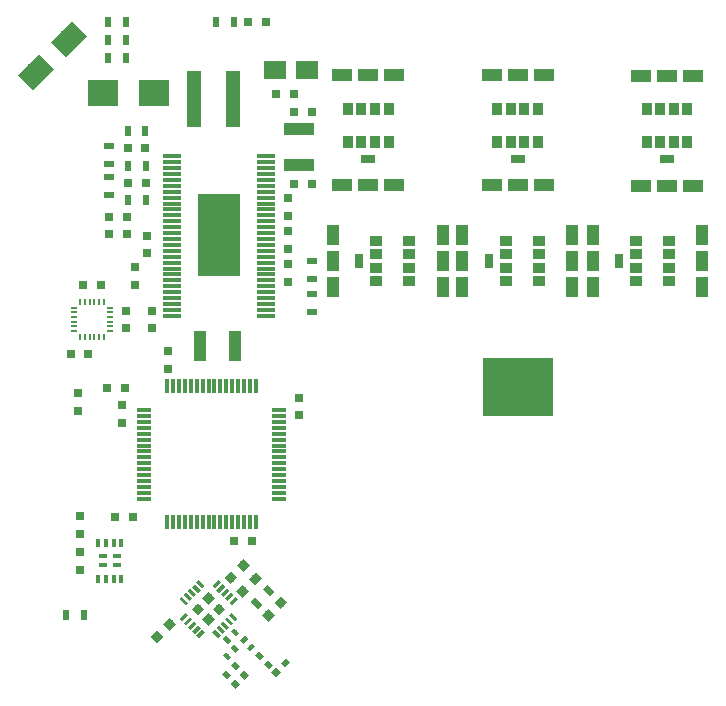
<source format=gtp>
%TF.GenerationSoftware,KiCad,Pcbnew,(5.1.4-0)*%
%TF.CreationDate,2019-11-16T13:15:52+08:00*%
%TF.ProjectId,VESC_6,56455343-5f36-42e6-9b69-6361645f7063,A*%
%TF.SameCoordinates,Original*%
%TF.FileFunction,Paste,Top*%
%TF.FilePolarity,Positive*%
%FSLAX46Y46*%
G04 Gerber Fmt 4.6, Leading zero omitted, Abs format (unit mm)*
G04 Created by KiCad (PCBNEW (5.1.4-0)) date 2019-11-16 13:15:52*
%MOMM*%
%LPD*%
G04 APERTURE LIST*
%ADD10O,0.550000X0.200000*%
%ADD11O,0.200000X0.550000*%
%ADD12R,2.500000X2.300000*%
%ADD13C,1.800000*%
%ADD14C,0.100000*%
%ADD15C,0.750000*%
%ADD16C,0.300000*%
%ADD17R,0.720000X0.465000*%
%ADD18R,0.350000X0.650000*%
%ADD19R,1.950000X1.500000*%
%ADD20R,1.000000X2.500000*%
%ADD21R,2.500000X1.000000*%
%ADD22C,0.400000*%
%ADD23C,0.500000*%
%ADD24R,0.900000X0.500000*%
%ADD25R,0.500000X0.900000*%
%ADD26R,0.750000X0.800000*%
%ADD27R,0.800000X0.750000*%
%ADD28R,1.180000X4.700000*%
%ADD29R,1.501140X0.299720*%
%ADD30R,3.599180X7.000240*%
%ADD31R,0.700000X1.300000*%
%ADD32R,1.100000X0.850000*%
%ADD33R,1.100000X1.700000*%
%ADD34R,1.300000X0.700000*%
%ADD35R,0.850000X1.100000*%
%ADD36R,1.700000X1.100000*%
%ADD37R,0.304800X1.193800*%
%ADD38R,1.193800X0.304800*%
%ADD39R,6.000000X5.000000*%
G04 APERTURE END LIST*
D10*
X120211000Y-82280000D03*
X120211000Y-81880000D03*
X120211000Y-81480000D03*
X120211000Y-81080000D03*
X120211000Y-80680000D03*
X120211000Y-80280000D03*
D11*
X120711000Y-79780000D03*
X121111000Y-79780000D03*
X121511000Y-79780000D03*
X121911000Y-79780000D03*
X122311000Y-79780000D03*
X122711000Y-79780000D03*
D10*
X123211000Y-80280000D03*
X123211000Y-80680000D03*
X123211000Y-81080000D03*
X123211000Y-81480000D03*
X123211000Y-81880000D03*
X123211000Y-82280000D03*
D11*
X122711000Y-82780000D03*
X122311000Y-82780000D03*
X121911000Y-82780000D03*
X121511000Y-82780000D03*
X121111000Y-82780000D03*
X120711000Y-82780000D03*
D12*
X122629000Y-62103000D03*
X126929000Y-62103000D03*
D13*
X119778214Y-57513786D03*
D14*
G36*
X119530727Y-59034066D02*
G01*
X118257934Y-57761273D01*
X120025701Y-55993506D01*
X121298494Y-57266299D01*
X119530727Y-59034066D01*
X119530727Y-59034066D01*
G37*
D13*
X116949786Y-60342214D03*
D14*
G36*
X116702299Y-61862494D02*
G01*
X115429506Y-60589701D01*
X117197273Y-58821934D01*
X118470066Y-60094727D01*
X116702299Y-61862494D01*
X116702299Y-61862494D01*
G37*
D15*
X131572000Y-104907117D03*
D14*
G36*
X131041670Y-104907117D02*
G01*
X131572000Y-104376787D01*
X132102330Y-104907117D01*
X131572000Y-105437447D01*
X131041670Y-104907117D01*
X131041670Y-104907117D01*
G37*
D15*
X130688117Y-105791000D03*
D14*
G36*
X130157787Y-105791000D02*
G01*
X130688117Y-105260670D01*
X131218447Y-105791000D01*
X130688117Y-106321330D01*
X130157787Y-105791000D01*
X130157787Y-105791000D01*
G37*
D15*
X132455883Y-105791000D03*
D14*
G36*
X131925553Y-105791000D02*
G01*
X132455883Y-105260670D01*
X132986213Y-105791000D01*
X132455883Y-106321330D01*
X131925553Y-105791000D01*
X131925553Y-105791000D01*
G37*
D15*
X131572000Y-106674883D03*
D14*
G36*
X131041670Y-106674883D02*
G01*
X131572000Y-106144553D01*
X132102330Y-106674883D01*
X131572000Y-107205213D01*
X131041670Y-106674883D01*
X131041670Y-106674883D01*
G37*
D16*
X132254358Y-103694428D03*
D14*
G36*
X132102330Y-104058588D02*
G01*
X131890198Y-103846456D01*
X132406386Y-103330268D01*
X132618518Y-103542400D01*
X132102330Y-104058588D01*
X132102330Y-104058588D01*
G37*
D16*
X132607911Y-104047982D03*
D14*
G36*
X132455883Y-104412142D02*
G01*
X132243751Y-104200010D01*
X132759939Y-103683822D01*
X132972071Y-103895954D01*
X132455883Y-104412142D01*
X132455883Y-104412142D01*
G37*
D16*
X132961465Y-104401535D03*
D14*
G36*
X132809437Y-104765695D02*
G01*
X132597305Y-104553563D01*
X133113493Y-104037375D01*
X133325625Y-104249507D01*
X132809437Y-104765695D01*
X132809437Y-104765695D01*
G37*
D16*
X133315018Y-104755089D03*
D14*
G36*
X133162990Y-105119249D02*
G01*
X132950858Y-104907117D01*
X133467046Y-104390929D01*
X133679178Y-104603061D01*
X133162990Y-105119249D01*
X133162990Y-105119249D01*
G37*
D16*
X133668572Y-105108642D03*
D14*
G36*
X133516544Y-105472802D02*
G01*
X133304412Y-105260670D01*
X133820600Y-104744482D01*
X134032732Y-104956614D01*
X133516544Y-105472802D01*
X133516544Y-105472802D01*
G37*
D16*
X133668572Y-106473358D03*
D14*
G36*
X133304412Y-106321330D02*
G01*
X133516544Y-106109198D01*
X134032732Y-106625386D01*
X133820600Y-106837518D01*
X133304412Y-106321330D01*
X133304412Y-106321330D01*
G37*
D16*
X133315018Y-106826911D03*
D14*
G36*
X132950858Y-106674883D02*
G01*
X133162990Y-106462751D01*
X133679178Y-106978939D01*
X133467046Y-107191071D01*
X132950858Y-106674883D01*
X132950858Y-106674883D01*
G37*
D16*
X132961465Y-107180465D03*
D14*
G36*
X132597305Y-107028437D02*
G01*
X132809437Y-106816305D01*
X133325625Y-107332493D01*
X133113493Y-107544625D01*
X132597305Y-107028437D01*
X132597305Y-107028437D01*
G37*
D16*
X132607911Y-107534018D03*
D14*
G36*
X132243751Y-107381990D02*
G01*
X132455883Y-107169858D01*
X132972071Y-107686046D01*
X132759939Y-107898178D01*
X132243751Y-107381990D01*
X132243751Y-107381990D01*
G37*
D16*
X132254358Y-107887572D03*
D14*
G36*
X131890198Y-107735544D02*
G01*
X132102330Y-107523412D01*
X132618518Y-108039600D01*
X132406386Y-108251732D01*
X131890198Y-107735544D01*
X131890198Y-107735544D01*
G37*
D16*
X130889642Y-107887572D03*
D14*
G36*
X130737614Y-108251732D02*
G01*
X130525482Y-108039600D01*
X131041670Y-107523412D01*
X131253802Y-107735544D01*
X130737614Y-108251732D01*
X130737614Y-108251732D01*
G37*
D16*
X130536089Y-107534018D03*
D14*
G36*
X130384061Y-107898178D02*
G01*
X130171929Y-107686046D01*
X130688117Y-107169858D01*
X130900249Y-107381990D01*
X130384061Y-107898178D01*
X130384061Y-107898178D01*
G37*
D16*
X130182535Y-107180465D03*
D14*
G36*
X130030507Y-107544625D02*
G01*
X129818375Y-107332493D01*
X130334563Y-106816305D01*
X130546695Y-107028437D01*
X130030507Y-107544625D01*
X130030507Y-107544625D01*
G37*
D16*
X129828982Y-106826911D03*
D14*
G36*
X129676954Y-107191071D02*
G01*
X129464822Y-106978939D01*
X129981010Y-106462751D01*
X130193142Y-106674883D01*
X129676954Y-107191071D01*
X129676954Y-107191071D01*
G37*
D16*
X129475428Y-106473358D03*
D14*
G36*
X129323400Y-106837518D02*
G01*
X129111268Y-106625386D01*
X129627456Y-106109198D01*
X129839588Y-106321330D01*
X129323400Y-106837518D01*
X129323400Y-106837518D01*
G37*
D16*
X129475428Y-105108642D03*
D14*
G36*
X129111268Y-104956614D02*
G01*
X129323400Y-104744482D01*
X129839588Y-105260670D01*
X129627456Y-105472802D01*
X129111268Y-104956614D01*
X129111268Y-104956614D01*
G37*
D16*
X129828982Y-104755089D03*
D14*
G36*
X129464822Y-104603061D02*
G01*
X129676954Y-104390929D01*
X130193142Y-104907117D01*
X129981010Y-105119249D01*
X129464822Y-104603061D01*
X129464822Y-104603061D01*
G37*
D16*
X130182535Y-104401535D03*
D14*
G36*
X129818375Y-104249507D02*
G01*
X130030507Y-104037375D01*
X130546695Y-104553563D01*
X130334563Y-104765695D01*
X129818375Y-104249507D01*
X129818375Y-104249507D01*
G37*
D16*
X130536089Y-104047982D03*
D14*
G36*
X130171929Y-103895954D02*
G01*
X130384061Y-103683822D01*
X130900249Y-104200010D01*
X130688117Y-104412142D01*
X130171929Y-103895954D01*
X130171929Y-103895954D01*
G37*
D16*
X130889642Y-103694428D03*
D14*
G36*
X130525482Y-103542400D02*
G01*
X130737614Y-103330268D01*
X131253802Y-103846456D01*
X131041670Y-104058588D01*
X130525482Y-103542400D01*
X130525482Y-103542400D01*
G37*
D17*
X123825000Y-101333000D03*
X122625000Y-101333000D03*
X123825000Y-102108000D03*
X122625000Y-102108000D03*
D18*
X124200000Y-103270500D03*
X123550000Y-103270500D03*
X122900000Y-103270500D03*
X122250000Y-103270500D03*
X122250000Y-100170500D03*
X122900000Y-100170500D03*
X123550000Y-100170500D03*
X124200000Y-100170500D03*
D19*
X139932000Y-60198000D03*
X137182000Y-60198000D03*
D20*
X130834000Y-83566000D03*
X133834000Y-83566000D03*
D21*
X139192000Y-65175000D03*
X139192000Y-68175000D03*
D22*
X134555802Y-108393802D03*
D14*
G36*
X134909355Y-108323091D02*
G01*
X134485091Y-108747355D01*
X134202249Y-108464513D01*
X134626513Y-108040249D01*
X134909355Y-108323091D01*
X134909355Y-108323091D01*
G37*
D22*
X135192198Y-109030198D03*
D14*
G36*
X135545751Y-108959487D02*
G01*
X135121487Y-109383751D01*
X134838645Y-109100909D01*
X135262909Y-108676645D01*
X135545751Y-108959487D01*
X135545751Y-108959487D01*
G37*
D22*
X133795198Y-109155802D03*
D14*
G36*
X133865909Y-109509355D02*
G01*
X133441645Y-109085091D01*
X133724487Y-108802249D01*
X134148751Y-109226513D01*
X133865909Y-109509355D01*
X133865909Y-109509355D01*
G37*
D22*
X133158802Y-109792198D03*
D14*
G36*
X133229513Y-110145751D02*
G01*
X132805249Y-109721487D01*
X133088091Y-109438645D01*
X133512355Y-109862909D01*
X133229513Y-110145751D01*
X133229513Y-110145751D01*
G37*
D22*
X133158802Y-108395198D03*
D14*
G36*
X133088091Y-108041645D02*
G01*
X133512355Y-108465909D01*
X133229513Y-108748751D01*
X132805249Y-108324487D01*
X133088091Y-108041645D01*
X133088091Y-108041645D01*
G37*
D22*
X133795198Y-107758802D03*
D14*
G36*
X133724487Y-107405249D02*
G01*
X134148751Y-107829513D01*
X133865909Y-108112355D01*
X133441645Y-107688091D01*
X133724487Y-107405249D01*
X133724487Y-107405249D01*
G37*
D23*
X133865909Y-112148909D03*
D14*
G36*
X133477000Y-112113554D02*
G01*
X133830554Y-111760000D01*
X134254818Y-112184264D01*
X133901264Y-112537818D01*
X133477000Y-112113554D01*
X133477000Y-112113554D01*
G37*
D23*
X133088091Y-111371091D03*
D14*
G36*
X132699182Y-111335736D02*
G01*
X133052736Y-110982182D01*
X133477000Y-111406446D01*
X133123446Y-111760000D01*
X132699182Y-111335736D01*
X132699182Y-111335736D01*
G37*
D23*
X134627909Y-111386909D03*
D14*
G36*
X134239000Y-111351554D02*
G01*
X134592554Y-110998000D01*
X135016818Y-111422264D01*
X134663264Y-111775818D01*
X134239000Y-111351554D01*
X134239000Y-111351554D01*
G37*
D23*
X133850091Y-110609091D03*
D14*
G36*
X133461182Y-110573736D02*
G01*
X133814736Y-110220182D01*
X134239000Y-110644446D01*
X133885446Y-110998000D01*
X133461182Y-110573736D01*
X133461182Y-110573736D01*
G37*
D23*
X135882091Y-109720091D03*
D14*
G36*
X136271000Y-109755446D02*
G01*
X135917446Y-110109000D01*
X135493182Y-109684736D01*
X135846736Y-109331182D01*
X136271000Y-109755446D01*
X136271000Y-109755446D01*
G37*
D23*
X136659909Y-110497909D03*
D14*
G36*
X137048818Y-110533264D02*
G01*
X136695264Y-110886818D01*
X136271000Y-110462554D01*
X136624554Y-110109000D01*
X137048818Y-110533264D01*
X137048818Y-110533264D01*
G37*
D23*
X138056909Y-110355091D03*
D14*
G36*
X138021554Y-110744000D02*
G01*
X137668000Y-110390446D01*
X138092264Y-109966182D01*
X138445818Y-110319736D01*
X138021554Y-110744000D01*
X138021554Y-110744000D01*
G37*
D23*
X137279091Y-111132909D03*
D14*
G36*
X137243736Y-111521818D02*
G01*
X136890182Y-111168264D01*
X137314446Y-110744000D01*
X137668000Y-111097554D01*
X137243736Y-111521818D01*
X137243736Y-111521818D01*
G37*
D23*
X135613670Y-105305330D03*
D14*
G36*
X135472249Y-104810355D02*
G01*
X136108645Y-105446751D01*
X135755091Y-105800305D01*
X135118695Y-105163909D01*
X135472249Y-104810355D01*
X135472249Y-104810355D01*
G37*
D23*
X136674330Y-104244670D03*
D14*
G36*
X136532909Y-103749695D02*
G01*
X137169305Y-104386091D01*
X136815751Y-104739645D01*
X136179355Y-104103249D01*
X136532909Y-103749695D01*
X136532909Y-103749695D01*
G37*
D24*
X123113800Y-69227000D03*
X123113800Y-70727000D03*
X123113800Y-66636200D03*
X123113800Y-68136200D03*
D25*
X126251400Y-68249800D03*
X124751400Y-68249800D03*
X126251400Y-71196200D03*
X124751400Y-71196200D03*
X126226000Y-65354200D03*
X124726000Y-65354200D03*
X121019000Y-106315000D03*
X119519000Y-106315000D03*
X132219000Y-56134000D03*
X133719000Y-56134000D03*
X123075000Y-56134000D03*
X124575000Y-56134000D03*
X123075000Y-57658000D03*
X124575000Y-57658000D03*
X123075000Y-59182000D03*
X124575000Y-59182000D03*
D24*
X140335000Y-77839000D03*
X140335000Y-76339000D03*
X140335000Y-80633000D03*
X140335000Y-79133000D03*
D15*
X127231670Y-108148177D03*
D14*
G36*
X127249348Y-107600169D02*
G01*
X127779678Y-108130499D01*
X127213992Y-108696185D01*
X126683662Y-108165855D01*
X127249348Y-107600169D01*
X127249348Y-107600169D01*
G37*
D15*
X128292330Y-107087517D03*
D14*
G36*
X128310008Y-106539509D02*
G01*
X128840338Y-107069839D01*
X128274652Y-107635525D01*
X127744322Y-107105195D01*
X128310008Y-106539509D01*
X128310008Y-106539509D01*
G37*
D26*
X120523000Y-87515000D03*
X120523000Y-89015000D03*
D15*
X137690330Y-105260670D03*
D14*
G36*
X137672652Y-105808678D02*
G01*
X137142322Y-105278348D01*
X137708008Y-104712662D01*
X138238338Y-105242992D01*
X137672652Y-105808678D01*
X137672652Y-105808678D01*
G37*
D15*
X136629670Y-106321330D03*
D14*
G36*
X136611992Y-106869338D02*
G01*
X136081662Y-106339008D01*
X136647348Y-105773322D01*
X137177678Y-106303652D01*
X136611992Y-106869338D01*
X136611992Y-106869338D01*
G37*
D15*
X133454670Y-103146330D03*
D14*
G36*
X133472348Y-102598322D02*
G01*
X134002678Y-103128652D01*
X133436992Y-103694338D01*
X132906662Y-103164008D01*
X133472348Y-102598322D01*
X133472348Y-102598322D01*
G37*
D15*
X134515330Y-102085670D03*
D14*
G36*
X134533008Y-101537662D02*
G01*
X135063338Y-102067992D01*
X134497652Y-102633678D01*
X133967322Y-102103348D01*
X134533008Y-101537662D01*
X134533008Y-101537662D01*
G37*
D27*
X135243000Y-100076000D03*
X133743000Y-100076000D03*
D26*
X124269500Y-88531000D03*
X124269500Y-90031000D03*
X128143000Y-83959000D03*
X128143000Y-85459000D03*
D27*
X125146500Y-98000000D03*
X123646500Y-98000000D03*
D26*
X139192000Y-89408000D03*
X139192000Y-87908000D03*
D27*
X123125800Y-72593200D03*
X124625800Y-72593200D03*
X123125800Y-74041000D03*
X124625800Y-74041000D03*
X124751400Y-69723000D03*
X126251400Y-69723000D03*
D26*
X125349000Y-76847000D03*
X125349000Y-78347000D03*
D27*
X126226000Y-66802000D03*
X124726000Y-66802000D03*
D26*
X126365000Y-75680000D03*
X126365000Y-74180000D03*
X126746000Y-82030000D03*
X126746000Y-80530000D03*
D27*
X138823000Y-63754000D03*
X140323000Y-63754000D03*
D26*
X138303000Y-72505000D03*
X138303000Y-71005000D03*
X138303000Y-75299000D03*
X138303000Y-73799000D03*
X138303000Y-78093000D03*
X138303000Y-76593000D03*
D27*
X138823000Y-69850000D03*
X140323000Y-69850000D03*
X138799000Y-62230000D03*
X137299000Y-62230000D03*
D26*
X120650000Y-99429000D03*
X120650000Y-97929000D03*
X120650000Y-100977000D03*
X120650000Y-102477000D03*
D27*
X123011500Y-87122000D03*
X124511500Y-87122000D03*
D15*
X135531330Y-103228670D03*
D14*
G36*
X135513652Y-103776678D02*
G01*
X134983322Y-103246348D01*
X135549008Y-102680662D01*
X136079338Y-103210992D01*
X135513652Y-103776678D01*
X135513652Y-103776678D01*
G37*
D15*
X134470670Y-104289330D03*
D14*
G36*
X134452992Y-104837338D02*
G01*
X133922662Y-104307008D01*
X134488348Y-103741322D01*
X135018678Y-104271652D01*
X134452992Y-104837338D01*
X134452992Y-104837338D01*
G37*
D27*
X136436800Y-56083200D03*
X134936800Y-56083200D03*
D26*
X124587000Y-82030000D03*
X124587000Y-80530000D03*
D27*
X120928000Y-78359000D03*
X122428000Y-78359000D03*
X119900000Y-84201000D03*
X121400000Y-84201000D03*
D28*
X130345000Y-62600000D03*
X133655000Y-62600000D03*
D29*
X136461500Y-76471780D03*
X136461500Y-75971400D03*
X136461500Y-75471020D03*
X136461500Y-74970640D03*
X136461500Y-74470260D03*
X136461500Y-73972420D03*
X136461500Y-73472040D03*
X136461500Y-72971660D03*
X136461500Y-72471280D03*
X136461500Y-71970900D03*
X136461500Y-71470520D03*
X136461500Y-80970120D03*
X136461500Y-80472280D03*
X136461500Y-79971900D03*
X128460500Y-75471020D03*
X136461500Y-78971140D03*
X136461500Y-78470760D03*
X136461500Y-77970380D03*
X136461500Y-77472540D03*
X136461500Y-76972160D03*
X128460500Y-72971660D03*
X128460500Y-73472040D03*
X128460500Y-73972420D03*
X128460500Y-74470260D03*
X128460500Y-74970640D03*
X136461500Y-79471520D03*
X128460500Y-75971400D03*
X128460500Y-76471780D03*
X128460500Y-76972160D03*
X128460500Y-77472540D03*
X128460500Y-77970380D03*
X128460500Y-78470760D03*
X128460500Y-78971140D03*
X128460500Y-67472560D03*
X128460500Y-67970400D03*
X128460500Y-68470780D03*
X128460500Y-68971160D03*
X128460500Y-69471540D03*
X128460500Y-69971920D03*
X128460500Y-70472300D03*
X128460500Y-70970140D03*
X128460500Y-71470520D03*
X128460500Y-71970900D03*
X128460500Y-72471280D03*
X128460500Y-79471520D03*
X128460500Y-79971900D03*
X128460500Y-80472280D03*
X128460500Y-80970120D03*
X136461500Y-70970140D03*
X136461500Y-70472300D03*
X136461500Y-69971920D03*
X136461500Y-69471540D03*
X136461500Y-68971160D03*
X136461500Y-68470780D03*
X136461500Y-67970400D03*
X136461500Y-67472560D03*
D30*
X132461000Y-74168000D03*
D31*
X166334000Y-76327000D03*
D32*
X167734000Y-75752000D03*
X167734000Y-76902000D03*
X170534000Y-76902000D03*
X170534000Y-75752000D03*
X167734000Y-74602000D03*
X170534000Y-74602000D03*
X167734000Y-78052000D03*
X170534000Y-78052000D03*
D33*
X164084000Y-76327000D03*
X164084000Y-74127000D03*
X164084000Y-78527000D03*
X173384000Y-76327000D03*
X173384000Y-78527000D03*
X173384000Y-74127000D03*
D34*
X170393000Y-67694000D03*
D35*
X169818000Y-66294000D03*
X170968000Y-66294000D03*
X170968000Y-63494000D03*
X169818000Y-63494000D03*
X168668000Y-66294000D03*
X168668000Y-63494000D03*
X172118000Y-66294000D03*
X172118000Y-63494000D03*
D36*
X170393000Y-69944000D03*
X168193000Y-69944000D03*
X172593000Y-69944000D03*
X170393000Y-60644000D03*
X172593000Y-60644000D03*
X168193000Y-60644000D03*
D31*
X144334000Y-76327000D03*
D32*
X145734000Y-75752000D03*
X145734000Y-76902000D03*
X148534000Y-76902000D03*
X148534000Y-75752000D03*
X145734000Y-74602000D03*
X148534000Y-74602000D03*
X145734000Y-78052000D03*
X148534000Y-78052000D03*
D33*
X142084000Y-76327000D03*
X142084000Y-74127000D03*
X142084000Y-78527000D03*
X151384000Y-76327000D03*
X151384000Y-78527000D03*
X151384000Y-74127000D03*
D34*
X145087000Y-67678000D03*
D35*
X144512000Y-66278000D03*
X145662000Y-66278000D03*
X145662000Y-63478000D03*
X144512000Y-63478000D03*
X143362000Y-66278000D03*
X143362000Y-63478000D03*
X146812000Y-66278000D03*
X146812000Y-63478000D03*
D36*
X145087000Y-69928000D03*
X142887000Y-69928000D03*
X147287000Y-69928000D03*
X145087000Y-60628000D03*
X147287000Y-60628000D03*
X142887000Y-60628000D03*
D31*
X155321000Y-76327000D03*
D32*
X156721000Y-75752000D03*
X156721000Y-76902000D03*
X159521000Y-76902000D03*
X159521000Y-75752000D03*
X156721000Y-74602000D03*
X159521000Y-74602000D03*
X156721000Y-78052000D03*
X159521000Y-78052000D03*
D33*
X153071000Y-76327000D03*
X153071000Y-74127000D03*
X153071000Y-78527000D03*
X162371000Y-76327000D03*
X162371000Y-78527000D03*
X162371000Y-74127000D03*
D34*
X157734000Y-67678000D03*
D35*
X157159000Y-66278000D03*
X158309000Y-66278000D03*
X158309000Y-63478000D03*
X157159000Y-63478000D03*
X156009000Y-66278000D03*
X156009000Y-63478000D03*
X159459000Y-66278000D03*
X159459000Y-63478000D03*
D36*
X157734000Y-69928000D03*
X155534000Y-69928000D03*
X159934000Y-69928000D03*
X157734000Y-60628000D03*
X159934000Y-60628000D03*
X155534000Y-60628000D03*
D37*
X135576000Y-86960001D03*
X135076001Y-86960001D03*
X134576000Y-86960001D03*
X134076001Y-86960001D03*
X133575999Y-86960001D03*
X133076000Y-86960001D03*
X132576001Y-86960001D03*
X132076000Y-86960001D03*
X131576000Y-86960001D03*
X131075999Y-86960001D03*
X130576000Y-86960001D03*
X130076001Y-86960001D03*
X129575999Y-86960001D03*
X129076000Y-86960001D03*
X128575999Y-86960001D03*
X128076000Y-86960001D03*
D38*
X126076001Y-88960000D03*
X126076001Y-89459999D03*
X126076001Y-89960000D03*
X126076001Y-90459999D03*
X126076001Y-90960001D03*
X126076001Y-91460000D03*
X126076001Y-91959999D03*
X126076001Y-92460000D03*
X126076001Y-92960000D03*
X126076001Y-93460001D03*
X126076001Y-93960000D03*
X126076001Y-94459999D03*
X126076001Y-94960001D03*
X126076001Y-95460000D03*
X126076001Y-95960001D03*
X126076001Y-96460000D03*
D37*
X128076000Y-98459999D03*
X128575999Y-98459999D03*
X129076000Y-98459999D03*
X129575999Y-98459999D03*
X130076001Y-98459999D03*
X130576000Y-98459999D03*
X131075999Y-98459999D03*
X131576000Y-98459999D03*
X132076000Y-98459999D03*
X132576001Y-98459999D03*
X133076000Y-98459999D03*
X133575999Y-98459999D03*
X134076001Y-98459999D03*
X134576000Y-98459999D03*
X135076001Y-98459999D03*
X135576000Y-98459999D03*
D38*
X137575999Y-96460000D03*
X137575999Y-95960001D03*
X137575999Y-95460000D03*
X137575999Y-94960001D03*
X137575999Y-94459999D03*
X137575999Y-93960000D03*
X137575999Y-93460001D03*
X137575999Y-92960000D03*
X137575999Y-92460000D03*
X137575999Y-91959999D03*
X137575999Y-91460000D03*
X137575999Y-90960001D03*
X137575999Y-90459999D03*
X137575999Y-89960000D03*
X137575999Y-89459999D03*
X137575999Y-88960000D03*
D39*
X157734000Y-87000000D03*
M02*

</source>
